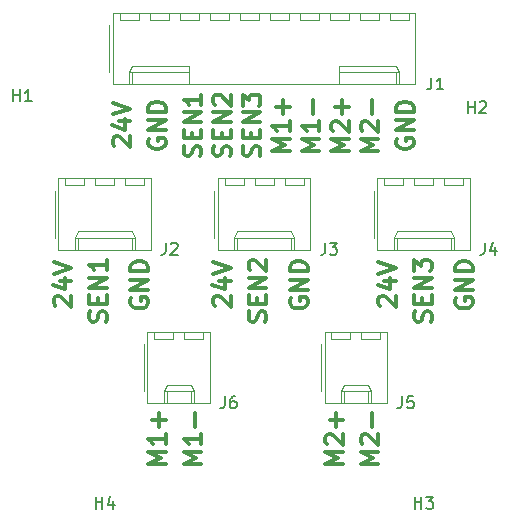
<source format=gbr>
%TF.GenerationSoftware,KiCad,Pcbnew,(6.0.0-rc1-76-g1e8284bc1a)*%
%TF.CreationDate,2022-09-28T09:07:56+05:30*%
%TF.ProjectId,extension_Board,65787465-6e73-4696-9f6e-5f426f617264,rev?*%
%TF.SameCoordinates,Original*%
%TF.FileFunction,Legend,Top*%
%TF.FilePolarity,Positive*%
%FSLAX46Y46*%
G04 Gerber Fmt 4.6, Leading zero omitted, Abs format (unit mm)*
G04 Created by KiCad (PCBNEW (6.0.0-rc1-76-g1e8284bc1a)) date 2022-09-28 09:07:56*
%MOMM*%
%LPD*%
G01*
G04 APERTURE LIST*
%ADD10C,0.300000*%
%ADD11C,0.150000*%
%ADD12C,0.120000*%
G04 APERTURE END LIST*
D10*
X53321428Y-51285714D02*
X53250000Y-51214285D01*
X53178571Y-51071428D01*
X53178571Y-50714285D01*
X53250000Y-50571428D01*
X53321428Y-50500000D01*
X53464285Y-50428571D01*
X53607142Y-50428571D01*
X53821428Y-50500000D01*
X54678571Y-51357142D01*
X54678571Y-50428571D01*
X53678571Y-49142857D02*
X54678571Y-49142857D01*
X53107142Y-49500000D02*
X54178571Y-49857142D01*
X54178571Y-48928571D01*
X53178571Y-48571428D02*
X54678571Y-48071428D01*
X53178571Y-47571428D01*
X67178571Y-64642857D02*
X65678571Y-64642857D01*
X66750000Y-64142857D01*
X65678571Y-63642857D01*
X67178571Y-63642857D01*
X65821428Y-63000000D02*
X65750000Y-62928571D01*
X65678571Y-62785714D01*
X65678571Y-62428571D01*
X65750000Y-62285714D01*
X65821428Y-62214285D01*
X65964285Y-62142857D01*
X66107142Y-62142857D01*
X66321428Y-62214285D01*
X67178571Y-63071428D01*
X67178571Y-62142857D01*
X66607142Y-61500000D02*
X66607142Y-60357142D01*
X67178571Y-38142857D02*
X65678571Y-38142857D01*
X66750000Y-37642857D01*
X65678571Y-37142857D01*
X67178571Y-37142857D01*
X65821428Y-36500000D02*
X65750000Y-36428571D01*
X65678571Y-36285714D01*
X65678571Y-35928571D01*
X65750000Y-35785714D01*
X65821428Y-35714285D01*
X65964285Y-35642857D01*
X66107142Y-35642857D01*
X66321428Y-35714285D01*
X67178571Y-36571428D01*
X67178571Y-35642857D01*
X66607142Y-35000000D02*
X66607142Y-33857142D01*
X67321428Y-51285714D02*
X67250000Y-51214285D01*
X67178571Y-51071428D01*
X67178571Y-50714285D01*
X67250000Y-50571428D01*
X67321428Y-50500000D01*
X67464285Y-50428571D01*
X67607142Y-50428571D01*
X67821428Y-50500000D01*
X68678571Y-51357142D01*
X68678571Y-50428571D01*
X67678571Y-49142857D02*
X68678571Y-49142857D01*
X67107142Y-49500000D02*
X68178571Y-49857142D01*
X68178571Y-48928571D01*
X67178571Y-48571428D02*
X68678571Y-48071428D01*
X67178571Y-47571428D01*
X52107142Y-38607142D02*
X52178571Y-38392857D01*
X52178571Y-38035714D01*
X52107142Y-37892857D01*
X52035714Y-37821428D01*
X51892857Y-37750000D01*
X51750000Y-37750000D01*
X51607142Y-37821428D01*
X51535714Y-37892857D01*
X51464285Y-38035714D01*
X51392857Y-38321428D01*
X51321428Y-38464285D01*
X51250000Y-38535714D01*
X51107142Y-38607142D01*
X50964285Y-38607142D01*
X50821428Y-38535714D01*
X50750000Y-38464285D01*
X50678571Y-38321428D01*
X50678571Y-37964285D01*
X50750000Y-37750000D01*
X51392857Y-37107142D02*
X51392857Y-36607142D01*
X52178571Y-36392857D02*
X52178571Y-37107142D01*
X50678571Y-37107142D01*
X50678571Y-36392857D01*
X52178571Y-35750000D02*
X50678571Y-35750000D01*
X52178571Y-34892857D01*
X50678571Y-34892857D01*
X52178571Y-33392857D02*
X52178571Y-34250000D01*
X52178571Y-33821428D02*
X50678571Y-33821428D01*
X50892857Y-33964285D01*
X51035714Y-34107142D01*
X51107142Y-34250000D01*
X68750000Y-37142857D02*
X68678571Y-37285714D01*
X68678571Y-37500000D01*
X68750000Y-37714285D01*
X68892857Y-37857142D01*
X69035714Y-37928571D01*
X69321428Y-38000000D01*
X69535714Y-38000000D01*
X69821428Y-37928571D01*
X69964285Y-37857142D01*
X70107142Y-37714285D01*
X70178571Y-37500000D01*
X70178571Y-37357142D01*
X70107142Y-37142857D01*
X70035714Y-37071428D01*
X69535714Y-37071428D01*
X69535714Y-37357142D01*
X70178571Y-36428571D02*
X68678571Y-36428571D01*
X70178571Y-35571428D01*
X68678571Y-35571428D01*
X70178571Y-34857142D02*
X68678571Y-34857142D01*
X68678571Y-34500000D01*
X68750000Y-34285714D01*
X68892857Y-34142857D01*
X69035714Y-34071428D01*
X69321428Y-34000000D01*
X69535714Y-34000000D01*
X69821428Y-34071428D01*
X69964285Y-34142857D01*
X70107142Y-34285714D01*
X70178571Y-34500000D01*
X70178571Y-34857142D01*
X44821428Y-37785714D02*
X44750000Y-37714285D01*
X44678571Y-37571428D01*
X44678571Y-37214285D01*
X44750000Y-37071428D01*
X44821428Y-37000000D01*
X44964285Y-36928571D01*
X45107142Y-36928571D01*
X45321428Y-37000000D01*
X46178571Y-37857142D01*
X46178571Y-36928571D01*
X45178571Y-35642857D02*
X46178571Y-35642857D01*
X44607142Y-36000000D02*
X45678571Y-36357142D01*
X45678571Y-35428571D01*
X44678571Y-35071428D02*
X46178571Y-34571428D01*
X44678571Y-34071428D01*
X52178571Y-64642857D02*
X50678571Y-64642857D01*
X51750000Y-64142857D01*
X50678571Y-63642857D01*
X52178571Y-63642857D01*
X52178571Y-62142857D02*
X52178571Y-63000000D01*
X52178571Y-62571428D02*
X50678571Y-62571428D01*
X50892857Y-62714285D01*
X51035714Y-62857142D01*
X51107142Y-63000000D01*
X51607142Y-61500000D02*
X51607142Y-60357142D01*
X64678571Y-38142857D02*
X63178571Y-38142857D01*
X64250000Y-37642857D01*
X63178571Y-37142857D01*
X64678571Y-37142857D01*
X63321428Y-36500000D02*
X63250000Y-36428571D01*
X63178571Y-36285714D01*
X63178571Y-35928571D01*
X63250000Y-35785714D01*
X63321428Y-35714285D01*
X63464285Y-35642857D01*
X63607142Y-35642857D01*
X63821428Y-35714285D01*
X64678571Y-36571428D01*
X64678571Y-35642857D01*
X64107142Y-35000000D02*
X64107142Y-33857142D01*
X64678571Y-34428571D02*
X63535714Y-34428571D01*
X59750000Y-50642857D02*
X59678571Y-50785714D01*
X59678571Y-51000000D01*
X59750000Y-51214285D01*
X59892857Y-51357142D01*
X60035714Y-51428571D01*
X60321428Y-51500000D01*
X60535714Y-51500000D01*
X60821428Y-51428571D01*
X60964285Y-51357142D01*
X61107142Y-51214285D01*
X61178571Y-51000000D01*
X61178571Y-50857142D01*
X61107142Y-50642857D01*
X61035714Y-50571428D01*
X60535714Y-50571428D01*
X60535714Y-50857142D01*
X61178571Y-49928571D02*
X59678571Y-49928571D01*
X61178571Y-49071428D01*
X59678571Y-49071428D01*
X61178571Y-48357142D02*
X59678571Y-48357142D01*
X59678571Y-48000000D01*
X59750000Y-47785714D01*
X59892857Y-47642857D01*
X60035714Y-47571428D01*
X60321428Y-47500000D01*
X60535714Y-47500000D01*
X60821428Y-47571428D01*
X60964285Y-47642857D01*
X61107142Y-47785714D01*
X61178571Y-48000000D01*
X61178571Y-48357142D01*
X39821428Y-51285714D02*
X39750000Y-51214285D01*
X39678571Y-51071428D01*
X39678571Y-50714285D01*
X39750000Y-50571428D01*
X39821428Y-50500000D01*
X39964285Y-50428571D01*
X40107142Y-50428571D01*
X40321428Y-50500000D01*
X41178571Y-51357142D01*
X41178571Y-50428571D01*
X40178571Y-49142857D02*
X41178571Y-49142857D01*
X39607142Y-49500000D02*
X40678571Y-49857142D01*
X40678571Y-48928571D01*
X39678571Y-48571428D02*
X41178571Y-48071428D01*
X39678571Y-47571428D01*
X64178571Y-64642857D02*
X62678571Y-64642857D01*
X63750000Y-64142857D01*
X62678571Y-63642857D01*
X64178571Y-63642857D01*
X62821428Y-63000000D02*
X62750000Y-62928571D01*
X62678571Y-62785714D01*
X62678571Y-62428571D01*
X62750000Y-62285714D01*
X62821428Y-62214285D01*
X62964285Y-62142857D01*
X63107142Y-62142857D01*
X63321428Y-62214285D01*
X64178571Y-63071428D01*
X64178571Y-62142857D01*
X63607142Y-61500000D02*
X63607142Y-60357142D01*
X64178571Y-60928571D02*
X63035714Y-60928571D01*
X57107142Y-38607142D02*
X57178571Y-38392857D01*
X57178571Y-38035714D01*
X57107142Y-37892857D01*
X57035714Y-37821428D01*
X56892857Y-37750000D01*
X56750000Y-37750000D01*
X56607142Y-37821428D01*
X56535714Y-37892857D01*
X56464285Y-38035714D01*
X56392857Y-38321428D01*
X56321428Y-38464285D01*
X56250000Y-38535714D01*
X56107142Y-38607142D01*
X55964285Y-38607142D01*
X55821428Y-38535714D01*
X55750000Y-38464285D01*
X55678571Y-38321428D01*
X55678571Y-37964285D01*
X55750000Y-37750000D01*
X56392857Y-37107142D02*
X56392857Y-36607142D01*
X57178571Y-36392857D02*
X57178571Y-37107142D01*
X55678571Y-37107142D01*
X55678571Y-36392857D01*
X57178571Y-35750000D02*
X55678571Y-35750000D01*
X57178571Y-34892857D01*
X55678571Y-34892857D01*
X55678571Y-34321428D02*
X55678571Y-33392857D01*
X56250000Y-33892857D01*
X56250000Y-33678571D01*
X56321428Y-33535714D01*
X56392857Y-33464285D01*
X56535714Y-33392857D01*
X56892857Y-33392857D01*
X57035714Y-33464285D01*
X57107142Y-33535714D01*
X57178571Y-33678571D01*
X57178571Y-34107142D01*
X57107142Y-34250000D01*
X57035714Y-34321428D01*
X71607142Y-52607142D02*
X71678571Y-52392857D01*
X71678571Y-52035714D01*
X71607142Y-51892857D01*
X71535714Y-51821428D01*
X71392857Y-51750000D01*
X71250000Y-51750000D01*
X71107142Y-51821428D01*
X71035714Y-51892857D01*
X70964285Y-52035714D01*
X70892857Y-52321428D01*
X70821428Y-52464285D01*
X70750000Y-52535714D01*
X70607142Y-52607142D01*
X70464285Y-52607142D01*
X70321428Y-52535714D01*
X70250000Y-52464285D01*
X70178571Y-52321428D01*
X70178571Y-51964285D01*
X70250000Y-51750000D01*
X70892857Y-51107142D02*
X70892857Y-50607142D01*
X71678571Y-50392857D02*
X71678571Y-51107142D01*
X70178571Y-51107142D01*
X70178571Y-50392857D01*
X71678571Y-49750000D02*
X70178571Y-49750000D01*
X71678571Y-48892857D01*
X70178571Y-48892857D01*
X70178571Y-48321428D02*
X70178571Y-47392857D01*
X70750000Y-47892857D01*
X70750000Y-47678571D01*
X70821428Y-47535714D01*
X70892857Y-47464285D01*
X71035714Y-47392857D01*
X71392857Y-47392857D01*
X71535714Y-47464285D01*
X71607142Y-47535714D01*
X71678571Y-47678571D01*
X71678571Y-48107142D01*
X71607142Y-48250000D01*
X71535714Y-48321428D01*
X62178571Y-38142857D02*
X60678571Y-38142857D01*
X61750000Y-37642857D01*
X60678571Y-37142857D01*
X62178571Y-37142857D01*
X62178571Y-35642857D02*
X62178571Y-36500000D01*
X62178571Y-36071428D02*
X60678571Y-36071428D01*
X60892857Y-36214285D01*
X61035714Y-36357142D01*
X61107142Y-36500000D01*
X61607142Y-35000000D02*
X61607142Y-33857142D01*
X59678571Y-38142857D02*
X58178571Y-38142857D01*
X59250000Y-37642857D01*
X58178571Y-37142857D01*
X59678571Y-37142857D01*
X59678571Y-35642857D02*
X59678571Y-36500000D01*
X59678571Y-36071428D02*
X58178571Y-36071428D01*
X58392857Y-36214285D01*
X58535714Y-36357142D01*
X58607142Y-36500000D01*
X59107142Y-35000000D02*
X59107142Y-33857142D01*
X59678571Y-34428571D02*
X58535714Y-34428571D01*
X57607142Y-52607142D02*
X57678571Y-52392857D01*
X57678571Y-52035714D01*
X57607142Y-51892857D01*
X57535714Y-51821428D01*
X57392857Y-51750000D01*
X57250000Y-51750000D01*
X57107142Y-51821428D01*
X57035714Y-51892857D01*
X56964285Y-52035714D01*
X56892857Y-52321428D01*
X56821428Y-52464285D01*
X56750000Y-52535714D01*
X56607142Y-52607142D01*
X56464285Y-52607142D01*
X56321428Y-52535714D01*
X56250000Y-52464285D01*
X56178571Y-52321428D01*
X56178571Y-51964285D01*
X56250000Y-51750000D01*
X56892857Y-51107142D02*
X56892857Y-50607142D01*
X57678571Y-50392857D02*
X57678571Y-51107142D01*
X56178571Y-51107142D01*
X56178571Y-50392857D01*
X57678571Y-49750000D02*
X56178571Y-49750000D01*
X57678571Y-48892857D01*
X56178571Y-48892857D01*
X56321428Y-48250000D02*
X56250000Y-48178571D01*
X56178571Y-48035714D01*
X56178571Y-47678571D01*
X56250000Y-47535714D01*
X56321428Y-47464285D01*
X56464285Y-47392857D01*
X56607142Y-47392857D01*
X56821428Y-47464285D01*
X57678571Y-48321428D01*
X57678571Y-47392857D01*
X44107142Y-52607142D02*
X44178571Y-52392857D01*
X44178571Y-52035714D01*
X44107142Y-51892857D01*
X44035714Y-51821428D01*
X43892857Y-51750000D01*
X43750000Y-51750000D01*
X43607142Y-51821428D01*
X43535714Y-51892857D01*
X43464285Y-52035714D01*
X43392857Y-52321428D01*
X43321428Y-52464285D01*
X43250000Y-52535714D01*
X43107142Y-52607142D01*
X42964285Y-52607142D01*
X42821428Y-52535714D01*
X42750000Y-52464285D01*
X42678571Y-52321428D01*
X42678571Y-51964285D01*
X42750000Y-51750000D01*
X43392857Y-51107142D02*
X43392857Y-50607142D01*
X44178571Y-50392857D02*
X44178571Y-51107142D01*
X42678571Y-51107142D01*
X42678571Y-50392857D01*
X44178571Y-49750000D02*
X42678571Y-49750000D01*
X44178571Y-48892857D01*
X42678571Y-48892857D01*
X44178571Y-47392857D02*
X44178571Y-48250000D01*
X44178571Y-47821428D02*
X42678571Y-47821428D01*
X42892857Y-47964285D01*
X43035714Y-48107142D01*
X43107142Y-48250000D01*
X73750000Y-50642857D02*
X73678571Y-50785714D01*
X73678571Y-51000000D01*
X73750000Y-51214285D01*
X73892857Y-51357142D01*
X74035714Y-51428571D01*
X74321428Y-51500000D01*
X74535714Y-51500000D01*
X74821428Y-51428571D01*
X74964285Y-51357142D01*
X75107142Y-51214285D01*
X75178571Y-51000000D01*
X75178571Y-50857142D01*
X75107142Y-50642857D01*
X75035714Y-50571428D01*
X74535714Y-50571428D01*
X74535714Y-50857142D01*
X75178571Y-49928571D02*
X73678571Y-49928571D01*
X75178571Y-49071428D01*
X73678571Y-49071428D01*
X75178571Y-48357142D02*
X73678571Y-48357142D01*
X73678571Y-48000000D01*
X73750000Y-47785714D01*
X73892857Y-47642857D01*
X74035714Y-47571428D01*
X74321428Y-47500000D01*
X74535714Y-47500000D01*
X74821428Y-47571428D01*
X74964285Y-47642857D01*
X75107142Y-47785714D01*
X75178571Y-48000000D01*
X75178571Y-48357142D01*
X54607142Y-38607142D02*
X54678571Y-38392857D01*
X54678571Y-38035714D01*
X54607142Y-37892857D01*
X54535714Y-37821428D01*
X54392857Y-37750000D01*
X54250000Y-37750000D01*
X54107142Y-37821428D01*
X54035714Y-37892857D01*
X53964285Y-38035714D01*
X53892857Y-38321428D01*
X53821428Y-38464285D01*
X53750000Y-38535714D01*
X53607142Y-38607142D01*
X53464285Y-38607142D01*
X53321428Y-38535714D01*
X53250000Y-38464285D01*
X53178571Y-38321428D01*
X53178571Y-37964285D01*
X53250000Y-37750000D01*
X53892857Y-37107142D02*
X53892857Y-36607142D01*
X54678571Y-36392857D02*
X54678571Y-37107142D01*
X53178571Y-37107142D01*
X53178571Y-36392857D01*
X54678571Y-35750000D02*
X53178571Y-35750000D01*
X54678571Y-34892857D01*
X53178571Y-34892857D01*
X53321428Y-34250000D02*
X53250000Y-34178571D01*
X53178571Y-34035714D01*
X53178571Y-33678571D01*
X53250000Y-33535714D01*
X53321428Y-33464285D01*
X53464285Y-33392857D01*
X53607142Y-33392857D01*
X53821428Y-33464285D01*
X54678571Y-34321428D01*
X54678571Y-33392857D01*
X46250000Y-50642857D02*
X46178571Y-50785714D01*
X46178571Y-51000000D01*
X46250000Y-51214285D01*
X46392857Y-51357142D01*
X46535714Y-51428571D01*
X46821428Y-51500000D01*
X47035714Y-51500000D01*
X47321428Y-51428571D01*
X47464285Y-51357142D01*
X47607142Y-51214285D01*
X47678571Y-51000000D01*
X47678571Y-50857142D01*
X47607142Y-50642857D01*
X47535714Y-50571428D01*
X47035714Y-50571428D01*
X47035714Y-50857142D01*
X47678571Y-49928571D02*
X46178571Y-49928571D01*
X47678571Y-49071428D01*
X46178571Y-49071428D01*
X47678571Y-48357142D02*
X46178571Y-48357142D01*
X46178571Y-48000000D01*
X46250000Y-47785714D01*
X46392857Y-47642857D01*
X46535714Y-47571428D01*
X46821428Y-47500000D01*
X47035714Y-47500000D01*
X47321428Y-47571428D01*
X47464285Y-47642857D01*
X47607142Y-47785714D01*
X47678571Y-48000000D01*
X47678571Y-48357142D01*
X47750000Y-37142857D02*
X47678571Y-37285714D01*
X47678571Y-37500000D01*
X47750000Y-37714285D01*
X47892857Y-37857142D01*
X48035714Y-37928571D01*
X48321428Y-38000000D01*
X48535714Y-38000000D01*
X48821428Y-37928571D01*
X48964285Y-37857142D01*
X49107142Y-37714285D01*
X49178571Y-37500000D01*
X49178571Y-37357142D01*
X49107142Y-37142857D01*
X49035714Y-37071428D01*
X48535714Y-37071428D01*
X48535714Y-37357142D01*
X49178571Y-36428571D02*
X47678571Y-36428571D01*
X49178571Y-35571428D01*
X47678571Y-35571428D01*
X49178571Y-34857142D02*
X47678571Y-34857142D01*
X47678571Y-34500000D01*
X47750000Y-34285714D01*
X47892857Y-34142857D01*
X48035714Y-34071428D01*
X48321428Y-34000000D01*
X48535714Y-34000000D01*
X48821428Y-34071428D01*
X48964285Y-34142857D01*
X49107142Y-34285714D01*
X49178571Y-34500000D01*
X49178571Y-34857142D01*
X49178571Y-64642857D02*
X47678571Y-64642857D01*
X48750000Y-64142857D01*
X47678571Y-63642857D01*
X49178571Y-63642857D01*
X49178571Y-62142857D02*
X49178571Y-63000000D01*
X49178571Y-62571428D02*
X47678571Y-62571428D01*
X47892857Y-62714285D01*
X48035714Y-62857142D01*
X48107142Y-63000000D01*
X48607142Y-61500000D02*
X48607142Y-60357142D01*
X49178571Y-60928571D02*
X48035714Y-60928571D01*
D11*
%TO.C,J6*%
X54166666Y-58952380D02*
X54166666Y-59666666D01*
X54119047Y-59809523D01*
X54023809Y-59904761D01*
X53880952Y-59952380D01*
X53785714Y-59952380D01*
X55071428Y-58952380D02*
X54880952Y-58952380D01*
X54785714Y-59000000D01*
X54738095Y-59047619D01*
X54642857Y-59190476D01*
X54595238Y-59380952D01*
X54595238Y-59761904D01*
X54642857Y-59857142D01*
X54690476Y-59904761D01*
X54785714Y-59952380D01*
X54976190Y-59952380D01*
X55071428Y-59904761D01*
X55119047Y-59857142D01*
X55166666Y-59761904D01*
X55166666Y-59523809D01*
X55119047Y-59428571D01*
X55071428Y-59380952D01*
X54976190Y-59333333D01*
X54785714Y-59333333D01*
X54690476Y-59380952D01*
X54642857Y-59428571D01*
X54595238Y-59523809D01*
%TO.C,H3*%
X70238095Y-68452380D02*
X70238095Y-67452380D01*
X70238095Y-67928571D02*
X70809523Y-67928571D01*
X70809523Y-68452380D02*
X70809523Y-67452380D01*
X71190476Y-67452380D02*
X71809523Y-67452380D01*
X71476190Y-67833333D01*
X71619047Y-67833333D01*
X71714285Y-67880952D01*
X71761904Y-67928571D01*
X71809523Y-68023809D01*
X71809523Y-68261904D01*
X71761904Y-68357142D01*
X71714285Y-68404761D01*
X71619047Y-68452380D01*
X71333333Y-68452380D01*
X71238095Y-68404761D01*
X71190476Y-68357142D01*
%TO.C,J3*%
X62666666Y-45952380D02*
X62666666Y-46666666D01*
X62619047Y-46809523D01*
X62523809Y-46904761D01*
X62380952Y-46952380D01*
X62285714Y-46952380D01*
X63047619Y-45952380D02*
X63666666Y-45952380D01*
X63333333Y-46333333D01*
X63476190Y-46333333D01*
X63571428Y-46380952D01*
X63619047Y-46428571D01*
X63666666Y-46523809D01*
X63666666Y-46761904D01*
X63619047Y-46857142D01*
X63571428Y-46904761D01*
X63476190Y-46952380D01*
X63190476Y-46952380D01*
X63095238Y-46904761D01*
X63047619Y-46857142D01*
%TO.C,H2*%
X74738095Y-34952380D02*
X74738095Y-33952380D01*
X74738095Y-34428571D02*
X75309523Y-34428571D01*
X75309523Y-34952380D02*
X75309523Y-33952380D01*
X75738095Y-34047619D02*
X75785714Y-34000000D01*
X75880952Y-33952380D01*
X76119047Y-33952380D01*
X76214285Y-34000000D01*
X76261904Y-34047619D01*
X76309523Y-34142857D01*
X76309523Y-34238095D01*
X76261904Y-34380952D01*
X75690476Y-34952380D01*
X76309523Y-34952380D01*
%TO.C,J4*%
X76166666Y-45952380D02*
X76166666Y-46666666D01*
X76119047Y-46809523D01*
X76023809Y-46904761D01*
X75880952Y-46952380D01*
X75785714Y-46952380D01*
X77071428Y-46285714D02*
X77071428Y-46952380D01*
X76833333Y-45904761D02*
X76595238Y-46619047D01*
X77214285Y-46619047D01*
%TO.C,J5*%
X69166666Y-58952380D02*
X69166666Y-59666666D01*
X69119047Y-59809523D01*
X69023809Y-59904761D01*
X68880952Y-59952380D01*
X68785714Y-59952380D01*
X70119047Y-58952380D02*
X69642857Y-58952380D01*
X69595238Y-59428571D01*
X69642857Y-59380952D01*
X69738095Y-59333333D01*
X69976190Y-59333333D01*
X70071428Y-59380952D01*
X70119047Y-59428571D01*
X70166666Y-59523809D01*
X70166666Y-59761904D01*
X70119047Y-59857142D01*
X70071428Y-59904761D01*
X69976190Y-59952380D01*
X69738095Y-59952380D01*
X69642857Y-59904761D01*
X69595238Y-59857142D01*
%TO.C,H4*%
X43238095Y-68452380D02*
X43238095Y-67452380D01*
X43238095Y-67928571D02*
X43809523Y-67928571D01*
X43809523Y-68452380D02*
X43809523Y-67452380D01*
X44714285Y-67785714D02*
X44714285Y-68452380D01*
X44476190Y-67404761D02*
X44238095Y-68119047D01*
X44857142Y-68119047D01*
%TO.C,H1*%
X36238095Y-33952380D02*
X36238095Y-32952380D01*
X36238095Y-33428571D02*
X36809523Y-33428571D01*
X36809523Y-33952380D02*
X36809523Y-32952380D01*
X37809523Y-33952380D02*
X37238095Y-33952380D01*
X37523809Y-33952380D02*
X37523809Y-32952380D01*
X37428571Y-33095238D01*
X37333333Y-33190476D01*
X37238095Y-33238095D01*
%TO.C,J2*%
X49166666Y-45952380D02*
X49166666Y-46666666D01*
X49119047Y-46809523D01*
X49023809Y-46904761D01*
X48880952Y-46952380D01*
X48785714Y-46952380D01*
X49595238Y-46047619D02*
X49642857Y-46000000D01*
X49738095Y-45952380D01*
X49976190Y-45952380D01*
X50071428Y-46000000D01*
X50119047Y-46047619D01*
X50166666Y-46142857D01*
X50166666Y-46238095D01*
X50119047Y-46380952D01*
X49547619Y-46952380D01*
X50166666Y-46952380D01*
%TO.C,J1*%
X71666666Y-31952380D02*
X71666666Y-32666666D01*
X71619047Y-32809523D01*
X71523809Y-32904761D01*
X71380952Y-32952380D01*
X71285714Y-32952380D01*
X72666666Y-32952380D02*
X72095238Y-32952380D01*
X72380952Y-32952380D02*
X72380952Y-31952380D01*
X72285714Y-32095238D01*
X72190476Y-32190476D01*
X72095238Y-32238095D01*
D12*
%TO.C,J6*%
X52920000Y-59490000D02*
X52920000Y-53470000D01*
X49000000Y-58490000D02*
X51540000Y-58490000D01*
X49250000Y-57960000D02*
X51290000Y-57960000D01*
X52920000Y-53470000D02*
X47620000Y-53470000D01*
X49000000Y-58490000D02*
X49250000Y-57960000D01*
X51290000Y-57960000D02*
X51540000Y-58490000D01*
X47620000Y-53470000D02*
X47620000Y-59490000D01*
X49250000Y-59490000D02*
X49250000Y-58490000D01*
X47620000Y-59490000D02*
X52920000Y-59490000D01*
X49800000Y-54070000D02*
X49800000Y-53470000D01*
X52340000Y-54070000D02*
X52340000Y-53470000D01*
X50740000Y-53470000D02*
X50740000Y-54070000D01*
X47330000Y-54500000D02*
X47330000Y-58500000D01*
X48200000Y-54070000D02*
X49800000Y-54070000D01*
X51540000Y-58490000D02*
X51540000Y-59490000D01*
X50740000Y-54070000D02*
X52340000Y-54070000D01*
X49000000Y-59490000D02*
X49000000Y-58490000D01*
X51290000Y-59490000D02*
X51290000Y-58490000D01*
X48200000Y-53470000D02*
X48200000Y-54070000D01*
%TO.C,J3*%
X54960000Y-46510000D02*
X54960000Y-45510000D01*
X54160000Y-41090000D02*
X55760000Y-41090000D01*
X60040000Y-45510000D02*
X60040000Y-46510000D01*
X59240000Y-40490000D02*
X59240000Y-41090000D01*
X59790000Y-44980000D02*
X60040000Y-45510000D01*
X58300000Y-41090000D02*
X58300000Y-40490000D01*
X59790000Y-46510000D02*
X59790000Y-45510000D01*
X55210000Y-44980000D02*
X59790000Y-44980000D01*
X54160000Y-40490000D02*
X54160000Y-41090000D01*
X56700000Y-40490000D02*
X56700000Y-41090000D01*
X53580000Y-40490000D02*
X53580000Y-46510000D01*
X54960000Y-45510000D02*
X55210000Y-44980000D01*
X53580000Y-46510000D02*
X61420000Y-46510000D01*
X61420000Y-46510000D02*
X61420000Y-40490000D01*
X61420000Y-40490000D02*
X53580000Y-40490000D01*
X56700000Y-41090000D02*
X58300000Y-41090000D01*
X59240000Y-41090000D02*
X60840000Y-41090000D01*
X53290000Y-41520000D02*
X53290000Y-45520000D01*
X60840000Y-41090000D02*
X60840000Y-40490000D01*
X55210000Y-46510000D02*
X55210000Y-45510000D01*
X55760000Y-41090000D02*
X55760000Y-40490000D01*
X54960000Y-45510000D02*
X60040000Y-45510000D01*
%TO.C,J4*%
X67080000Y-40490000D02*
X67080000Y-46510000D01*
X73290000Y-46510000D02*
X73290000Y-45510000D01*
X74920000Y-40490000D02*
X67080000Y-40490000D01*
X68460000Y-45510000D02*
X73540000Y-45510000D01*
X72740000Y-40490000D02*
X72740000Y-41090000D01*
X67080000Y-46510000D02*
X74920000Y-46510000D01*
X69260000Y-41090000D02*
X69260000Y-40490000D01*
X73290000Y-44980000D02*
X73540000Y-45510000D01*
X66790000Y-41520000D02*
X66790000Y-45520000D01*
X68460000Y-46510000D02*
X68460000Y-45510000D01*
X74920000Y-46510000D02*
X74920000Y-40490000D01*
X68710000Y-46510000D02*
X68710000Y-45510000D01*
X68460000Y-45510000D02*
X68710000Y-44980000D01*
X70200000Y-41090000D02*
X71800000Y-41090000D01*
X67660000Y-40490000D02*
X67660000Y-41090000D01*
X70200000Y-40490000D02*
X70200000Y-41090000D01*
X73540000Y-45510000D02*
X73540000Y-46510000D01*
X72740000Y-41090000D02*
X74340000Y-41090000D01*
X71800000Y-41090000D02*
X71800000Y-40490000D01*
X68710000Y-44980000D02*
X73290000Y-44980000D01*
X67660000Y-41090000D02*
X69260000Y-41090000D01*
X74340000Y-41090000D02*
X74340000Y-40490000D01*
%TO.C,J5*%
X66540000Y-58490000D02*
X66540000Y-59490000D01*
X66290000Y-57960000D02*
X66540000Y-58490000D01*
X63200000Y-53470000D02*
X63200000Y-54070000D01*
X62330000Y-54500000D02*
X62330000Y-58500000D01*
X64000000Y-58490000D02*
X66540000Y-58490000D01*
X62620000Y-53470000D02*
X62620000Y-59490000D01*
X63200000Y-54070000D02*
X64800000Y-54070000D01*
X67340000Y-54070000D02*
X67340000Y-53470000D01*
X65740000Y-54070000D02*
X67340000Y-54070000D01*
X67920000Y-53470000D02*
X62620000Y-53470000D01*
X64250000Y-59490000D02*
X64250000Y-58490000D01*
X64000000Y-58490000D02*
X64250000Y-57960000D01*
X62620000Y-59490000D02*
X67920000Y-59490000D01*
X66290000Y-59490000D02*
X66290000Y-58490000D01*
X64800000Y-54070000D02*
X64800000Y-53470000D01*
X64250000Y-57960000D02*
X66290000Y-57960000D01*
X67920000Y-59490000D02*
X67920000Y-53470000D01*
X64000000Y-59490000D02*
X64000000Y-58490000D01*
X65740000Y-53470000D02*
X65740000Y-54070000D01*
%TO.C,J2*%
X46290000Y-46510000D02*
X46290000Y-45510000D01*
X45740000Y-40490000D02*
X45740000Y-41090000D01*
X40660000Y-41090000D02*
X42260000Y-41090000D01*
X39790000Y-41520000D02*
X39790000Y-45520000D01*
X41460000Y-45510000D02*
X46540000Y-45510000D01*
X43200000Y-41090000D02*
X44800000Y-41090000D01*
X41460000Y-46510000D02*
X41460000Y-45510000D01*
X40660000Y-40490000D02*
X40660000Y-41090000D01*
X40080000Y-46510000D02*
X47920000Y-46510000D01*
X44800000Y-41090000D02*
X44800000Y-40490000D01*
X42260000Y-41090000D02*
X42260000Y-40490000D01*
X41710000Y-44980000D02*
X46290000Y-44980000D01*
X43200000Y-40490000D02*
X43200000Y-41090000D01*
X45740000Y-41090000D02*
X47340000Y-41090000D01*
X47920000Y-40490000D02*
X40080000Y-40490000D01*
X47340000Y-41090000D02*
X47340000Y-40490000D01*
X41460000Y-45510000D02*
X41710000Y-44980000D01*
X47920000Y-46510000D02*
X47920000Y-40490000D01*
X40080000Y-40490000D02*
X40080000Y-46510000D01*
X46540000Y-45510000D02*
X46540000Y-46510000D01*
X46290000Y-44980000D02*
X46540000Y-45510000D01*
X41710000Y-46510000D02*
X41710000Y-45510000D01*
%TO.C,J1*%
X63850000Y-30980000D02*
X63850000Y-31510000D01*
X46870000Y-27090000D02*
X46870000Y-26490000D01*
X63850000Y-31510000D02*
X63850000Y-32510000D01*
X44690000Y-32510000D02*
X70310000Y-32510000D01*
X50350000Y-26490000D02*
X50350000Y-27090000D01*
X70310000Y-32510000D02*
X70310000Y-26490000D01*
X63050000Y-27090000D02*
X64650000Y-27090000D01*
X68130000Y-26490000D02*
X68130000Y-27090000D01*
X50350000Y-27090000D02*
X51950000Y-27090000D01*
X55430000Y-26490000D02*
X55430000Y-27090000D01*
X49410000Y-27090000D02*
X49410000Y-26490000D01*
X67190000Y-27090000D02*
X67190000Y-26490000D01*
X55430000Y-27090000D02*
X57030000Y-27090000D01*
X44690000Y-26490000D02*
X44690000Y-32510000D01*
X46070000Y-32510000D02*
X46070000Y-31510000D01*
X47810000Y-27090000D02*
X49410000Y-27090000D01*
X59570000Y-27090000D02*
X59570000Y-26490000D01*
X46320000Y-32510000D02*
X46320000Y-31510000D01*
X69730000Y-27090000D02*
X69730000Y-26490000D01*
X51950000Y-27090000D02*
X51950000Y-26490000D01*
X52890000Y-26490000D02*
X52890000Y-27090000D01*
X68680000Y-32510000D02*
X68680000Y-31510000D01*
X60510000Y-26490000D02*
X60510000Y-27090000D01*
X63050000Y-26490000D02*
X63050000Y-27090000D01*
X68130000Y-27090000D02*
X69730000Y-27090000D01*
X68680000Y-30980000D02*
X63850000Y-30980000D01*
X57970000Y-27090000D02*
X59570000Y-27090000D01*
X65590000Y-26490000D02*
X65590000Y-27090000D01*
X62110000Y-27090000D02*
X62110000Y-26490000D01*
X47810000Y-26490000D02*
X47810000Y-27090000D01*
X64650000Y-27090000D02*
X64650000Y-26490000D01*
X57030000Y-27090000D02*
X57030000Y-26490000D01*
X46070000Y-31510000D02*
X46320000Y-30980000D01*
X68930000Y-31510000D02*
X68680000Y-30980000D01*
X52890000Y-27090000D02*
X54490000Y-27090000D01*
X45270000Y-27090000D02*
X46870000Y-27090000D01*
X46070000Y-31510000D02*
X51150000Y-31510000D01*
X44400000Y-27520000D02*
X44400000Y-31520000D01*
X51150000Y-30980000D02*
X51150000Y-31510000D01*
X60510000Y-27090000D02*
X62110000Y-27090000D01*
X68930000Y-31510000D02*
X63850000Y-31510000D01*
X57970000Y-26490000D02*
X57970000Y-27090000D01*
X54490000Y-27090000D02*
X54490000Y-26490000D01*
X51150000Y-31510000D02*
X51150000Y-32510000D01*
X70310000Y-26490000D02*
X44690000Y-26490000D01*
X46320000Y-30980000D02*
X51150000Y-30980000D01*
X45270000Y-26490000D02*
X45270000Y-27090000D01*
X68930000Y-32510000D02*
X68930000Y-31510000D01*
X65590000Y-27090000D02*
X67190000Y-27090000D01*
%TD*%
M02*

</source>
